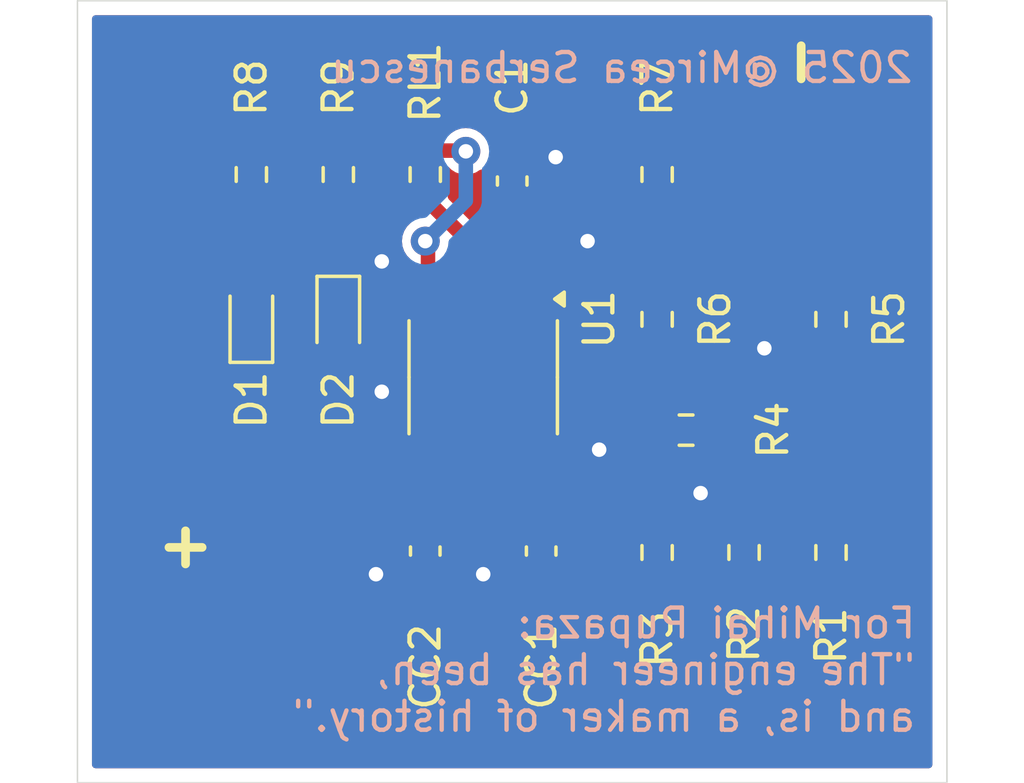
<source format=kicad_pcb>
(kicad_pcb (version 20241229) (generator "pcbnew") (generator_version "9.0")
  (layers (0 "F.Cu" signal) (2 "B.Cu" signal) (13 "F.Paste" user) (15 "B.Paste" user) (5 "F.SilkS" user "F.Silkscreen") (7 "B.SilkS" user "B.Silkscreen") (1 "F.Mask" user) (3 "B.Mask" user) (25 "Edge.Cuts" user))
  (net 0 "")
  (net 1 "+5V")
  (net 2 "Net-(R1-Pad2)")
  (net 3 "Net-(R3-Pad2)")
  (net 4 "/DISC")
  (net 5 "/TRIG")
  (net 6 "Net-(D2-K)")
  (net 7 "/OUT")
  (net 8 "Net-(D1-A)")
  (net 9 "Net-(U1-CV)")
  (net 10 "GND")
  (footprint "Resistor_SMD:R_0603_1608Metric" (layer "F.Cu") (at 54 78 90)
    (property "Reference" "R9" (at 3 0 90) (layer "F.SilkS"))
    (property "Value" "500k")
    (fp_line (start -0.237258 -0.5225) (end 0.237258 -0.5225) (stroke (width 0.12)) (layer "F.SilkS"))
    (fp_line (start -0.237258 0.5225) (end 0.237258 0.5225) (stroke (width 0.12)) (layer "F.SilkS"))
    (pad "1" smd roundrect (at -0.825 0 90) (size 0.8 0.95) (layers "F.Cu" "F.Mask" "F.Paste") (net 6 "Net-(D2-K)"))
    (pad "2" smd roundrect (at 0.825 0 90) (size 0.8 0.95) (layers "F.Cu" "F.Mask" "F.Paste") (net 7 "/OUT"))
  )
  (footprint "Resistor_SMD:R_0603_1608Metric" (layer "F.Cu") (at 68 91.05 90)
    (property "Reference" "R2" (at -2.825 0 90) (layer "F.SilkS"))
    (property "Value" "500k")
    (fp_line (start -0.237258 -0.5225) (end 0.237258 -0.5225) (stroke (width 0.12)) (layer "F.SilkS"))
    (fp_line (start -0.237258 0.5225) (end 0.237258 0.5225) (stroke (width 0.12)) (layer "F.SilkS"))
    (pad "1" smd roundrect (at -0.825 0 90) (size 0.8 0.95) (layers "F.Cu" "F.Mask" "F.Paste") (net 1 "+5V"))
    (pad "2" smd roundrect (at 0.825 0 90) (size 0.8 0.95) (layers "F.Cu" "F.Mask" "F.Paste") (net 2 "Net-(R1-Pad2)"))
  )
  (footprint "custom_pads:fiducial_1x1" (layer "F.Cu") (at 73 74)
    (property "Reference" "REF**" (hide yes))
    (property "Value" "fiducial_1x1")
    (pad "1" smd circle (at 0 0) (size 1 1) (layers "F.Cu" "F.Mask" "F.Paste"))
  )
  (footprint "Resistor_SMD:R_0603_1608Metric" (layer "F.Cu") (at 71 83 90)
    (property "Reference" "R5" (at 0 2 90) (layer "F.SilkS"))
    (property "Value" "500k")
    (fp_line (start -0.237258 -0.5225) (end 0.237258 -0.5225) (stroke (width 0.12)) (layer "F.SilkS"))
    (fp_line (start -0.237258 0.5225) (end 0.237258 0.5225) (stroke (width 0.12)) (layer "F.SilkS"))
    (pad "1" smd roundrect (at -0.825 0 90) (size 0.8 0.95) (layers "F.Cu" "F.Mask" "F.Paste") (net 2 "Net-(R1-Pad2)"))
    (pad "2" smd roundrect (at 0.825 0 90) (size 0.8 0.95) (layers "F.Cu" "F.Mask" "F.Paste") (net 4 "/DISC"))
  )
  (footprint "Resistor_SMD:R_0603_1608Metric" (layer "F.Cu") (at 57 78 -90)
    (property "Reference" "RL1" (at -3.175 0 90) (layer "F.SilkS"))
    (property "Value" "500k")
    (fp_line (start -0.237258 0.5225) (end 0.237258 0.5225) (stroke (width 0.12)) (layer "F.SilkS"))
    (fp_line (start -0.237258 -0.5225) (end 0.237258 -0.5225) (stroke (width 0.12)) (layer "F.SilkS"))
    (pad "1" smd roundrect (at -0.825 0 270) (size 0.8 0.95) (layers "F.Cu" "F.Mask" "F.Paste") (net 1 "+5V"))
    (pad "2" smd roundrect (at 0.825 0 270) (size 0.8 0.95) (layers "F.Cu" "F.Mask" "F.Paste") (net 7 "/OUT"))
  )
  (footprint "Capacitor_SMD:C_0603_1608Metric" (layer "F.Cu") (at 60 78.225 90)
    (property "Reference" "C1" (at 3.225 0 90) (layer "F.SilkS"))
    (property "Value" "1uF")
    (fp_line (start -0.14058 -0.51) (end 0.14058 -0.51) (stroke (width 0.12)) (layer "F.SilkS"))
    (fp_line (start -0.14058 0.51) (end 0.14058 0.51) (stroke (width 0.12)) (layer "F.SilkS"))
    (pad "1" smd roundrect (at -0.775 0 90) (size 0.9 0.95) (layers "F.Cu" "F.Mask" "F.Paste") (net 5 "/TRIG"))
    (pad "2" smd roundrect (at 0.775 0 90) (size 0.9 0.95) (layers "F.Cu" "F.Mask" "F.Paste") (net 10 "GND"))
  )
  (footprint "Resistor_SMD:R_0603_1608Metric" (layer "F.Cu") (at 65 83 90)
    (property "Reference" "R6" (at 0 2 90) (layer "F.SilkS"))
    (property "Value" "500k")
    (fp_line (start -0.237258 -0.5225) (end 0.237258 -0.5225) (stroke (width 0.12)) (layer "F.SilkS"))
    (fp_line (start -0.237258 0.5225) (end 0.237258 0.5225) (stroke (width 0.12)) (layer "F.SilkS"))
    (pad "1" smd roundrect (at -0.825 0 90) (size 0.8 0.95) (layers "F.Cu" "F.Mask" "F.Paste") (net 2 "Net-(R1-Pad2)"))
    (pad "2" smd roundrect (at 0.825 0 90) (size 0.8 0.95) (layers "F.Cu" "F.Mask" "F.Paste") (net 4 "/DISC"))
  )
  (footprint "Resistor_SMD:R_0603_1608Metric" (layer "F.Cu") (at 65 78 90)
    (property "Reference" "R7" (at 3 0 90) (layer "F.SilkS"))
    (property "Value" "500k")
    (fp_line (start -0.237258 -0.5225) (end 0.237258 -0.5225) (stroke (width 0.12)) (layer "F.SilkS"))
    (fp_line (start -0.237258 0.5225) (end 0.237258 0.5225) (stroke (width 0.12)) (layer "F.SilkS"))
    (pad "1" smd roundrect (at -0.825 0 90) (size 0.8 0.95) (layers "F.Cu" "F.Mask" "F.Paste") (net 4 "/DISC"))
    (pad "2" smd roundrect (at 0.825 0 90) (size 0.8 0.95) (layers "F.Cu" "F.Mask" "F.Paste") (net 5 "/TRIG"))
  )
  (footprint "Resistor_SMD:R_0603_1608Metric" (layer "F.Cu") (at 51 78 -90)
    (property "Reference" "R8" (at -3 0 90) (layer "F.SilkS"))
    (property "Value" "500k")
    (fp_line (start -0.237258 0.5225) (end 0.237258 0.5225) (stroke (width 0.12)) (layer "F.SilkS"))
    (fp_line (start -0.237258 -0.5225) (end 0.237258 -0.5225) (stroke (width 0.12)) (layer "F.SilkS"))
    (pad "1" smd roundrect (at -0.825 0 270) (size 0.8 0.95) (layers "F.Cu" "F.Mask" "F.Paste") (net 7 "/OUT"))
    (pad "2" smd roundrect (at 0.825 0 270) (size 0.8 0.95) (layers "F.Cu" "F.Mask" "F.Paste") (net 8 "Net-(D1-A)"))
  )
  (footprint "Resistor_SMD:R_0603_1608Metric" (layer "F.Cu") (at 71 91.05 90)
    (property "Reference" "R1" (at -2.88 0 90) (layer "F.SilkS"))
    (property "Value" "500k")
    (fp_line (start -0.237258 -0.5225) (end 0.237258 -0.5225) (stroke (width 0.12)) (layer "F.SilkS"))
    (fp_line (start -0.237258 0.5225) (end 0.237258 0.5225) (stroke (width 0.12)) (layer "F.SilkS"))
    (pad "1" smd roundrect (at -0.825 0 90) (size 0.8 0.95) (layers "F.Cu" "F.Mask" "F.Paste") (net 1 "+5V"))
    (pad "2" smd roundrect (at 0.825 0 90) (size 0.8 0.95) (layers "F.Cu" "F.Mask" "F.Paste") (net 2 "Net-(R1-Pad2)"))
  )
  (footprint "custom_pads:power_2_5mm" (layer "F.Cu") (at 50 95)
    (property "Reference" "REF**" (hide yes))
    (property "Value" "power_2_5mm")
    (pad "1" smd rect (at 0 0) (size 5 5) (layers "F.Cu" "F.Mask" "F.Paste") (net 1 "+5V"))
  )
  (footprint "Package_SO:SOIC-8_3.9x4.9mm_P1.27mm" (layer "F.Cu") (at 59 85 -90)
    (property "Reference" "U1" (at -2 -4 270) (layer "F.SilkS"))
    (property "Value" "NE555D")
    (fp_line (start 0 2.56) (end -1.95 2.56) (stroke (width 0.12)) (layer "F.SilkS"))
    (fp_line (start 0 2.56) (end 1.95 2.56) (stroke (width 0.12)) (layer "F.SilkS"))
    (fp_line (start 0 -2.56) (end -1.95 -2.56) (stroke (width 0.12)) (layer "F.SilkS"))
    (fp_line (start 0 -2.56) (end 1.95 -2.56) (stroke (width 0.12)) (layer "F.SilkS"))
    (fp_poly (pts (xy -2.7 -2.465) (xy -2.94 -2.795) (xy -2.46 -2.795) (xy -2.7 -2.465)) (stroke (width 0.12)) (fill yes) (layer "F.SilkS"))
    (pad "1" smd roundrect (at -2.475 -1.905 270) (size 1.95 0.6) (layers "F.Cu" "F.Mask" "F.Paste") (net 10 "GND"))
    (pad "2" smd roundrect (at -2.475 -0.635 270) (size 1.95 0.6) (layers "F.Cu" "F.Mask" "F.Paste") (net 5 "/TRIG"))
    (pad "3" smd roundrect (at -2.475 0.635 270) (size 1.95 0.6) (layers "F.Cu" "F.Mask" "F.Paste") (net 7 "/OUT"))
    (pad "4" smd roundrect (at -2.475 1.905 270) (size 1.95 0.6) (layers "F.Cu" "F.Mask" "F.Paste") (net 1 "+5V"))
    (pad "5" smd roundrect (at 2.475 1.905 270) (size 1.95 0.6) (layers "F.Cu" "F.Mask" "F.Paste") (net 9 "Net-(U1-CV)"))
    (pad "6" smd roundrect (at 2.475 0.635 270) (size 1.95 0.6) (layers "F.Cu" "F.Mask" "F.Paste") (net 5 "/TRIG"))
    (pad "7" smd roundrect (at 2.475 -0.635 270) (size 1.95 0.6) (layers "F.Cu" "F.Mask" "F.Paste") (net 4 "/DISC"))
    (pad "8" smd roundrect (at 2.475 -1.905 270) (size 1.95 0.6) (layers "F.Cu" "F.Mask" "F.Paste") (net 1 "+5V"))
  )
  (footprint "Resistor_SMD:R_0603_1608Metric" (layer "F.Cu") (at 66 86.825)
    (property "Reference" "R4" (at 3 0 90) (layer "F.SilkS"))
    (property "Value" "500k")
    (fp_line (start -0.237258 -0.5225) (end 0.237258 -0.5225) (stroke (width 0.12)) (layer "F.SilkS"))
    (fp_line (start -0.237258 0.5225) (end 0.237258 0.5225) (stroke (width 0.12)) (layer "F.SilkS"))
    (pad "1" smd roundrect (at -0.825 0) (size 0.8 0.95) (layers "F.Cu" "F.Mask" "F.Paste") (net 3 "Net-(R3-Pad2)"))
    (pad "2" smd roundrect (at 0.825 0) (size 0.8 0.95) (layers "F.Cu" "F.Mask" "F.Paste") (net 2 "Net-(R1-Pad2)"))
  )
  (footprint "custom_pads:fiducial_1x1" (layer "F.Cu") (at 47 74)
    (property "Reference" "REF**" (hide yes))
    (property "Value" "fiducial_1x1")
    (pad "1" smd circle (at 0 0) (size 1 1) (layers "F.Cu" "F.Mask" "F.Paste"))
  )
  (footprint "custom_pads:power_2_5mm" (layer "F.Cu") (at 70 78)
    (property "Reference" "REF**" (hide yes))
    (property "Value" "power_2_5mm")
    (pad "1" smd rect (at 0 0) (size 5 5) (layers "F.Cu" "F.Mask" "F.Paste") (net 10 "GND"))
  )
  (footprint "LED_SMD:LED_0603_1608Metric" (layer "F.Cu") (at 54 83 -90)
    (property "Reference" "D2" (at 2.7875 0 90) (layer "F.SilkS"))
    (property "Value" "LED")
    (fp_line (start -1.485 0.735) (end 0.8 0.735) (stroke (width 0.12)) (layer "F.SilkS"))
    (fp_line (start -1.485 -0.735) (end -1.485 0.735) (stroke (width 0.12)) (layer "F.SilkS"))
    (fp_line (start 0.8 -0.735) (end -1.485 -0.735) (stroke (width 0.12)) (layer "F.SilkS"))
    (pad "1" smd roundrect (at -0.7875 0 270) (size 0.875 0.95) (layers "F.Cu" "F.Mask" "F.Paste") (net 6 "Net-(D2-K)"))
    (pad "2" smd roundrect (at 0.7875 0 270) (size 0.875 0.95) (layers "F.Cu" "F.Mask" "F.Paste") (net 1 "+5V"))
  )
  (footprint "Capacitor_SMD:C_0603_1608Metric" (layer "F.Cu") (at 57 91 -90)
    (property "Reference" "CC2" (at 4 0 90) (layer "F.SilkS"))
    (property "Value" "1uF")
    (fp_line (start -0.14058 0.51) (end 0.14058 0.51) (stroke (width 0.12)) (layer "F.SilkS"))
    (fp_line (start -0.14058 -0.51) (end 0.14058 -0.51) (stroke (width 0.12)) (layer "F.SilkS"))
    (pad "1" smd roundrect (at -0.775 0 270) (size 0.9 0.95) (layers "F.Cu" "F.Mask" "F.Paste") (net 9 "Net-(U1-CV)"))
    (pad "2" smd roundrect (at 0.775 0 270) (size 0.9 0.95) (layers "F.Cu" "F.Mask" "F.Paste") (net 10 "GND"))
  )
  (footprint "Resistor_SMD:R_0603_1608Metric" (layer "F.Cu") (at 65 91.05 90)
    (property "Reference" "R3" (at -3 0 90) (layer "F.SilkS"))
    (property "Value" "500k")
    (fp_line (start -0.237258 -0.5225) (end 0.237258 -0.5225) (stroke (width 0.12)) (layer "F.SilkS"))
    (fp_line (start -0.237258 0.5225) (end 0.237258 0.5225) (stroke (width 0.12)) (layer "F.SilkS"))
    (pad "1" smd roundrect (at -0.825 0 90) (size 0.8 0.95) (layers "F.Cu" "F.Mask" "F.Paste") (net 1 "+5V"))
    (pad "2" smd roundrect (at 0.825 0 90) (size 0.8 0.95) (layers "F.Cu" "F.Mask" "F.Paste") (net 3 "Net-(R3-Pad2)"))
  )
  (footprint "Capacitor_SMD:C_0603_1608Metric" (layer "F.Cu") (at 61 91 -90)
    (property "Reference" "CC1" (at 4 0 90) (layer "F.SilkS"))
    (property "Value" "1uF")
    (fp_line (start -0.14058 0.51) (end 0.14058 0.51) (stroke (width 0.12)) (layer "F.SilkS"))
    (fp_line (start -0.14058 -0.51) (end 0.14058 -0.51) (stroke (width 0.12)) (layer "F.SilkS"))
    (pad "1" smd roundrect (at -0.775 0 270) (size 0.9 0.95) (layers "F.Cu" "F.Mask" "F.Paste") (net 1 "+5V"))
    (pad "2" smd roundrect (at 0.775 0 270) (size 0.9 0.95) (layers "F.Cu" "F.Mask" "F.Paste") (net 10 "GND"))
  )
  (footprint "custom_pads:fiducial_1x1" (layer "F.Cu") (at 73 97)
    (property "Reference" "REF**" (hide yes))
    (property "Value" "fiducial_1x1")
    (pad "1" smd circle (at 0 0) (size 1 1) (layers "F.Cu" "F.Mask" "F.Paste"))
  )
  (footprint "LED_SMD:LED_0603_1608Metric" (layer "F.Cu") (at 51 83 90)
    (property "Reference" "D1" (at -2.7875 0 90) (layer "F.SilkS"))
    (property "Value" "LED")
    (fp_line (start 0.8 -0.735) (end -1.485 -0.735) (stroke (width 0.12)) (layer "F.SilkS"))
    (fp_line (start -1.485 -0.735) (end -1.485 0.735) (stroke (width 0.12)) (layer "F.SilkS"))
    (fp_line (start -1.485 0.735) (end 0.8 0.735) (stroke (width 0.12)) (layer "F.SilkS"))
    (pad "1" smd roundrect (at -0.7875 0 90) (size 0.875 0.95) (layers "F.Cu" "F.Mask" "F.Paste") (net 10 "GND"))
    (pad "2" smd roundrect (at 0.7875 0 90) (size 0.875 0.95) (layers "F.Cu" "F.Mask" "F.Paste") (net 8 "Net-(D1-A)"))
  )
  (gr_rect (start 45 72) (end 75 99) (stroke (width 0.05)) (fill no) (layer "Edge.Cuts"))
  (gr_text "-\n" (at 69.2 73 -90) (layer "F.SilkS") (effects (font (size 1.5 1.5) (thickness 0.3) (bold yes)) (justify left bottom)))
  (gr_text "+\n" (at 49.5 92 90) (layer "F.SilkS") (effects (font (size 1.5 1.5) (thickness 0.3) (bold yes)) (justify left bottom)))
  (gr_text "For Mihai Pupaza: \n{dblquote}The engineer has been, \nand is, a maker of history.{dblquote} \n" (at 74 97.3 0) (layer "B.SilkS") (effects (font (size 1 1)) (justify left bottom mirror)))
  (gr_text "2025 @Mircea Serbanescu" (at 73.9 74.9 0) (layer "B.SilkS") (effects (font (size 1 1)) (justify left bottom mirror)))
  (segment (start 64.26 95.54) (end 50.54 95.54) (width 0.5) (layer "F.Cu") (net 1))
  (segment (start 60.905 87.475) (end 60.905 90.13) (width 0.5) (layer "F.Cu") (net 1))
  (segment (start 61 90.225) (end 62.125 90.225) (width 0.5) (layer "F.Cu") (net 1))
  (segment (start 62.125 90.225) (end 63.775 91.875) (width 0.5) (layer "F.Cu") (net 1))
  (segment (start 50.54 95.54) (end 50.54 89.76) (width 0.5) (layer "F.Cu") (net 1))
  (segment (start 63.775 91.875) (end 65 91.875) (width 0.5) (layer "F.Cu") (net 1))
  (segment (start 57.095 80.395) (end 57.095 82.525) (width 0.5) (layer "F.Cu") (net 1))
  (segment (start 57 77.175) (end 58.375 77.175) (width 0.5) (layer "F.Cu") (net 1))
  (segment (start 50.54 95.54) (end 50 95) (width 0.5) (layer "F.Cu") (net 1))
  (segment (start 57 80.3) (end 57.095 80.395) (width 0.5) (layer "F.Cu") (net 1))
  (segment (start 58.375 77.175) (end 58.4 77.2) (width 0.5) (layer "F.Cu") (net 1))
  (segment (start 60.905 90.13) (end 61 90.225) (width 0.5) (layer "F.Cu") (net 1))
  (segment (start 54 86.3) (end 54 83.7875) (width 0.5) (layer "F.Cu") (net 1))
  (segment (start 50.54 89.76) (end 54 86.3) (width 0.5) (layer "F.Cu") (net 1))
  (segment (start 65 91.875) (end 71 91.875) (width 0.5) (layer "F.Cu") (net 1))
  (segment (start 54 83.7875) (end 55.8325 83.7875) (width 0.5) (layer "F.Cu") (net 1))
  (segment (start 55.8325 83.7875) (end 57.095 82.525) (width 0.5) (layer "F.Cu") (net 1))
  (segment (start 65 91.875) (end 65 94.8) (width 0.5) (layer "F.Cu") (net 1))
  (segment (start 65 94.8) (end 64.26 95.54) (width 0.5) (layer "F.Cu") (net 1))
  (via (at 58.4 77.2) (size 1) (drill 0.5) (layers "F.Cu" "B.Cu") (net 1))
  (via (at 57 80.3) (size 1) (drill 0.5) (layers "F.Cu" "B.Cu") (net 1))
  (segment (start 58.4 78.9) (end 58.4 77.2) (width 0.5) (layer "B.Cu") (net 1))
  (segment (start 57 80.3) (end 58.4 78.9) (width 0.5) (layer "B.Cu") (net 1))
  (segment (start 66.125 83.825) (end 65 83.825) (width 0.5) (layer "F.Cu") (net 2))
  (segment (start 69.875 86.825) (end 71 85.7) (width 0.5) (layer "F.Cu") (net 2))
  (segment (start 68 90.225) (end 68 88.8) (width 0.5) (layer "F.Cu") (net 2))
  (segment (start 66.825 84.525) (end 66.125 83.825) (width 0.5) (layer "F.Cu") (net 2))
  (segment (start 68 88.8) (end 66.825 87.625) (width 0.5) (layer "F.Cu") (net 2))
  (segment (start 71 85.7) (end 71 83.825) (width 0.5) (layer "F.Cu") (net 2))
  (segment (start 66.825 86.825) (end 69.875 86.825) (width 0.5) (layer "F.Cu") (net 2))
  (segment (start 68 90.225) (end 71 90.225) (width 0.5) (layer "F.Cu") (net 2))
  (segment (start 66.825 86.825) (end 66.825 84.525) (width 0.5) (layer "F.Cu") (net 2))
  (segment (start 66.825 87.625) (end 66.825 86.825) (width 0.5) (layer "F.Cu") (net 2))
  (segment (start 65 87) (end 65.175 86.825) (width 0.5) (layer "F.Cu") (net 3))
  (segment (start 65 90.225) (end 65 87) (width 0.5) (layer "F.Cu") (net 3))
  (segment (start 63.625 82.175) (end 65 82.175) (width 0.5) (layer "F.Cu") (net 4))
  (segment (start 63.2 83.8) (end 63.2 82.6) (width 0.5) (layer "F.Cu") (net 4))
  (segment (start 60.7 85) (end 62 85) (width 0.5) (layer "F.Cu") (net 4))
  (segment (start 59.635 87.475) (end 59.635 86.065) (width 0.5) (layer "F.Cu") (net 4))
  (segment (start 63.2 82.6) (end 63.625 82.175) (width 0.5) (layer "F.Cu") (net 4))
  (segment (start 59.635 86.065) (end 60.7 85) (width 0.5) (layer "F.Cu") (net 4))
  (segment (start 65 78.825) (end 65 82.175) (width 0.5) (layer "F.Cu") (net 4))
  (segment (start 65 82.175) (end 71 82.175) (width 0.5) (layer "F.Cu") (net 4))
  (segment (start 62 85) (end 63.2 83.8) (width 0.5) (layer "F.Cu") (net 4))
  (segment (start 60 79) (end 61.7 79) (width 0.5) (layer "F.Cu") (net 5))
  (segment (start 61.7 79) (end 63.525 77.175) (width 0.5) (layer "F.Cu") (net 5))
  (segment (start 59.635 84.365) (end 59.635 82.525) (width 0.5) (layer "F.Cu") (net 5))
  (segment (start 60 80.4) (end 59.7 80.7) (width 0.5) (layer "F.Cu") (net 5))
  (segment (start 59.7 80.7) (end 59.7 82.46) (width 0.5) (layer "F.Cu") (net 5))
  (segment (start 63.525 77.175) (end 65 77.175) (width 0.5) (layer "F.Cu") (net 5))
  (segment (start 58.365 85.635) (end 59.635 84.365) (width 0.5) (layer "F.Cu") (net 5))
  (segment (start 60 79) (end 60 80.4) (width 0.5) (layer "F.Cu") (net 5))
  (segment (start 59.7 82.46) (end 59.635 82.525) (width 0.5) (layer "F.Cu") (net 5))
  (segment (start 58.365 87.475) (end 58.365 85.635) (width 0.5) (layer "F.Cu") (net 5))
  (segment (start 54 82.2125) (end 54 78.825) (width 0.5) (layer "F.Cu") (net 6))
  (segment (start 58.365 82.525) (end 58.365 80.19) (width 0.5) (layer "F.Cu") (net 7))
  (segment (start 56.325 78.825) (end 57 78.825) (width 0.5) (layer "F.Cu") (net 7))
  (segment (start 51 77.175) (end 54 77.175) (width 0.5) (layer "F.Cu") (net 7))
  (segment (start 54.675 77.175) (end 56.325 78.825) (width 0.5) (layer "F.Cu") (net 7))
  (segment (start 54 77.175) (end 54.675 77.175) (width 0.5) (layer "F.Cu") (net 7))
  (segment (start 58.365 80.19) (end 57 78.825) (width 0.5) (layer "F.Cu") (net 7))
  (segment (start 51 82.2125) (end 51 78.825) (width 0.5) (layer "F.Cu") (net 8))
  (segment (start 57 87.57) (end 57.095 87.475) (width 0.5) (layer "F.Cu") (net 9))
  (segment (start 57 90.225) (end 57 87.57) (width 0.5) (layer "F.Cu") (net 9))
  (via (at 55.5 85.5) (size 1) (drill 0.5) (layers "F.Cu" "B.Cu") (net 10))
  (via (at 63 87.5) (size 1) (drill 0.5) (layers "F.Cu" "B.Cu") (net 10))
  (via (at 61.5 77.4) (size 1) (drill 0.5) (layers "F.Cu" "B.Cu") (net 10))
  (via (at 55.5 81) (size 1) (drill 0.5) (layers "F.Cu" "B.Cu") (net 10))
  (via (at 66.5 89) (size 1) (drill 0.5) (layers "F.Cu" "B.Cu") (net 10))
  (via (at 59 91.8) (size 1) (drill 0.5) (layers "F.Cu" "B.Cu") (net 10))
  (via (at 55.3 91.8) (size 1) (drill 0.5) (layers "F.Cu" "B.Cu") (net 10))
  (via (at 62.6 80.3) (size 1) (drill 0.5) (layers "F.Cu" "B.Cu") (net 10))
  (via (at 68.7 84) (size 1) (drill 0.5) (layers "F.Cu" "B.Cu") (net 10))
  (zone (net 10) (net_name "GND") (layer "F.Cu") (connect_pads (clearance 0.3)) (min_thickness 0.25) (fill yes (thermal_gap 0.5) (thermal_bridge_width 0.5))
    (polygon (pts (xy 45 72) (xy 75 72) (xy 75 99) (xy 45 99)))
  )
  (zone (net 10) (net_name "GND") (layer "B.Cu") (priority 1) (connect_pads (clearance 0.3)) (min_thickness 0.25) (fill yes (thermal_gap 0.5) (thermal_bridge_width 0.5))
    (polygon (pts (xy 75 72) (xy 45 72) (xy 45 99) (xy 75 99)))
  )
)
</source>
